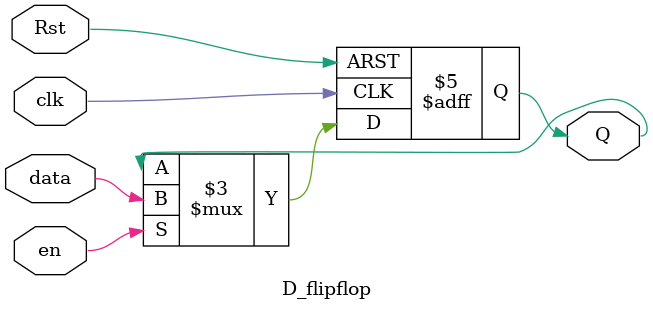
<source format=sv>
`timescale 1ns / 1ps


// this module could also be used as registers
module D_flipflop #(parameter int n=1) (
    input logic clk,
    input logic en,
    input logic Rst,
    input logic [n-1:0] data,
    output logic [n-1:0] Q
    );
    
    always @ ( posedge clk, negedge Rst) begin  // "posedge" to apply Rst once and no more
        if ( !Rst ) begin  // don't forget to use " ! "  symbol when you use "negedge" sensitivity
            Q <= {n{1'b0}};
        end else if (en) begin
            Q <= data;
        end
    end
    
endmodule

</source>
